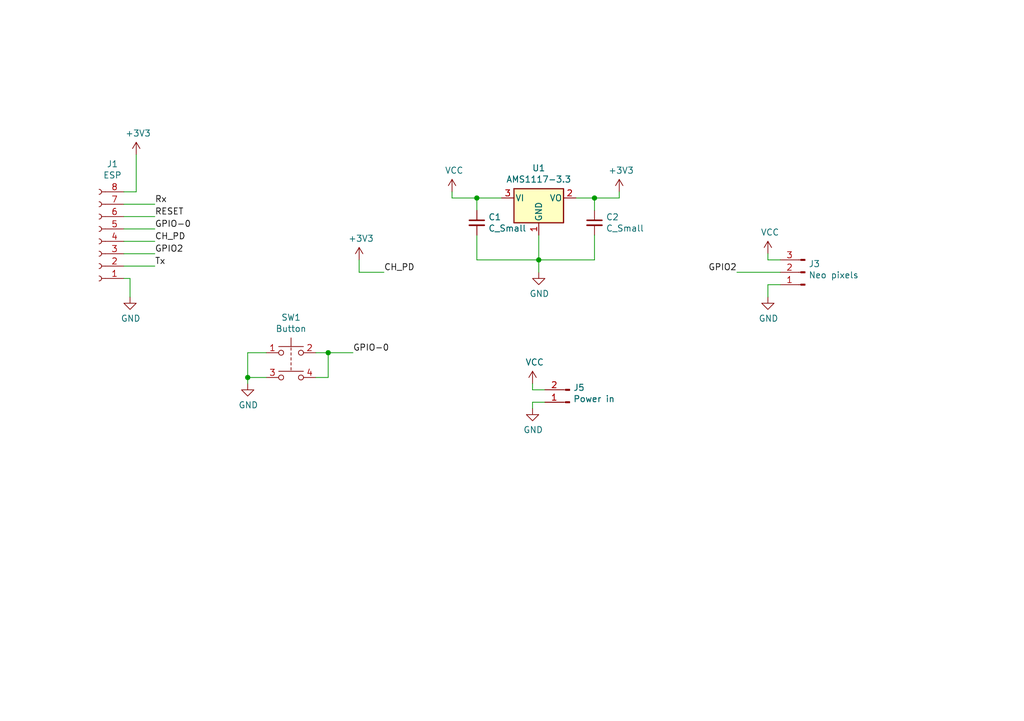
<source format=kicad_sch>
(kicad_sch (version 20211123) (generator eeschema)
  (paper "A5")
  (lib_symbols
    (symbol "Connector:Conn_01x02_Male" (pin_names (offset 1.016) hide)
      (property "Reference" "J" (at 0 2.54 0))
      (property "Value" "Conn_01x02_Male" (at 0 -5.08 0))
      (symbol "Conn_01x02_Male_1_1"
        (polyline (pts (xy 1.27 -2.54) (xy 0.8636 -2.54)) (stroke (width 0.1524)))
        (polyline (pts (xy 1.27 0) (xy 0.8636 0)) (stroke (width 0.1524)))
        (rectangle (start 0.8636 -2.413) (end 0 -2.667) (stroke (width 0.1524)) (fill (type outline)))
        (rectangle (start 0.8636 0.127) (end 0 -0.127) (stroke (width 0.1524)) (fill (type outline)))
        (pin passive line (at 5.08 0 180) (length 3.81) (name "Pin_1") (number "1"))
        (pin passive line (at 5.08 -2.54 180) (length 3.81) (name "Pin_2") (number "2"))
      )
    )
    (symbol "Connector:Conn_01x03_Male" (pin_names (offset 1.016) hide)
      (property "Reference" "J" (at 0 5.08 0))
      (property "Value" "Conn_01x03_Male" (at 0 -5.08 0))
      (symbol "Conn_01x03_Male_1_1"
        (polyline (pts (xy 1.27 -2.54) (xy 0.8636 -2.54)) (stroke (width 0.1524)))
        (polyline (pts (xy 1.27 0) (xy 0.8636 0)) (stroke (width 0.1524)))
        (polyline (pts (xy 1.27 2.54) (xy 0.8636 2.54)) (stroke (width 0.1524)))
        (rectangle (start 0.8636 -2.413) (end 0 -2.667) (stroke (width 0.1524)) (fill (type outline)))
        (rectangle (start 0.8636 0.127) (end 0 -0.127) (stroke (width 0.1524)) (fill (type outline)))
        (rectangle (start 0.8636 2.667) (end 0 2.413) (stroke (width 0.1524)) (fill (type outline)))
        (pin passive line (at 5.08 2.54 180) (length 3.81) (name "Pin_1") (number "1"))
        (pin passive line (at 5.08 0 180) (length 3.81) (name "Pin_2") (number "2"))
        (pin passive line (at 5.08 -2.54 180) (length 3.81) (name "Pin_3") (number "3"))
      )
    )
    (symbol "Connector:Conn_01x08_Female" (pin_names (offset 1.016) hide)
      (property "Reference" "J" (at 0 10.16 0))
      (property "Value" "Conn_01x08_Female" (at 0 -12.7 0))
      (symbol "Conn_01x08_Female_1_1"
        (arc (start 0 -9.652) (mid -0.508 -10.16) (end 0 -10.668) (stroke (width 0.1524)))
        (arc (start 0 -7.112) (mid -0.508 -7.62) (end 0 -8.128) (stroke (width 0.1524)))
        (arc (start 0 -4.572) (mid -0.508 -5.08) (end 0 -5.588) (stroke (width 0.1524)))
        (arc (start 0 -2.032) (mid -0.508 -2.54) (end 0 -3.048) (stroke (width 0.1524)))
        (polyline (pts (xy -1.27 -10.16) (xy -0.508 -10.16)) (stroke (width 0.1524)))
        (polyline (pts (xy -1.27 -7.62) (xy -0.508 -7.62)) (stroke (width 0.1524)))
        (polyline (pts (xy -1.27 -5.08) (xy -0.508 -5.08)) (stroke (width 0.1524)))
        (polyline (pts (xy -1.27 -2.54) (xy -0.508 -2.54)) (stroke (width 0.1524)))
        (polyline (pts (xy -1.27 0) (xy -0.508 0)) (stroke (width 0.1524)))
        (polyline (pts (xy -1.27 2.54) (xy -0.508 2.54)) (stroke (width 0.1524)))
        (polyline (pts (xy -1.27 5.08) (xy -0.508 5.08)) (stroke (width 0.1524)))
        (polyline (pts (xy -1.27 7.62) (xy -0.508 7.62)) (stroke (width 0.1524)))
        (arc (start 0 0.508) (mid -0.508 0) (end 0 -0.508) (stroke (width 0.1524)))
        (arc (start 0 3.048) (mid -0.508 2.54) (end 0 2.032) (stroke (width 0.1524)))
        (arc (start 0 5.588) (mid -0.508 5.08) (end 0 4.572) (stroke (width 0.1524)))
        (arc (start 0 8.128) (mid -0.508 7.62) (end 0 7.112) (stroke (width 0.1524)))
        (pin passive line (at -5.08 7.62 0) (length 3.81) (name "Pin_1") (number "1"))
        (pin passive line (at -5.08 5.08 0) (length 3.81) (name "Pin_2") (number "2"))
        (pin passive line (at -5.08 2.54 0) (length 3.81) (name "Pin_3") (number "3"))
        (pin passive line (at -5.08 0 0) (length 3.81) (name "Pin_4") (number "4"))
        (pin passive line (at -5.08 -2.54 0) (length 3.81) (name "Pin_5") (number "5"))
        (pin passive line (at -5.08 -5.08 0) (length 3.81) (name "Pin_6") (number "6"))
        (pin passive line (at -5.08 -7.62 0) (length 3.81) (name "Pin_7") (number "7"))
        (pin passive line (at -5.08 -10.16 0) (length 3.81) (name "Pin_8") (number "8"))
      )
    )
    (symbol "Device:C_Small" (pin_numbers hide) (pin_names (offset 0.254) hide)
      (property "Reference" "C" (at 0.254 1.778 0))
      (property "Value" "C_Small" (at 0.254 -2.032 0))
      (symbol "C_Small_0_1"
        (polyline (pts (xy -1.524 -0.508) (xy 1.524 -0.508)) (stroke (width 0.3302)))
        (polyline (pts (xy -1.524 0.508) (xy 1.524 0.508)) (stroke (width 0.3048)))
      )
      (symbol "C_Small_1_1"
        (pin passive line (at 0 2.54 270) (length 2.032) (name "~") (number "1"))
        (pin passive line (at 0 -2.54 90) (length 2.032) (name "~") (number "2"))
      )
    )
    (symbol "Regulator_Linear:AMS1117-3.3" (pin_names (offset 0.254))
      (property "Reference" "U" (at -3.81 3.175 0))
      (property "Value" "AMS1117-3.3" (at 0 3.175 0))
      (symbol "AMS1117-3.3_0_1"
        (rectangle (start -5.08 -5.08) (end 5.08 1.905) (stroke (width 0.254)) (fill (type background)))
      )
      (symbol "AMS1117-3.3_1_1"
        (pin power_in line (at 0 -7.62 90) (length 2.54) (name "GND") (number "1"))
        (pin power_out line (at 7.62 0 180) (length 2.54) (name "VO") (number "2"))
        (pin power_in line (at -7.62 0 0) (length 2.54) (name "VI") (number "3"))
      )
    )
    (symbol "Switch:SW_Push_Dual" (pin_names (offset 1.016) hide)
      (property "Reference" "SW" (at 1.27 2.54 0))
      (property "Value" "SW_Push_Dual" (at 0 -6.858 0))
      (symbol "SW_Push_Dual_0_1"
        (circle (center -2.032 -5.08) (radius 0.508))
        (circle (center -2.032 0) (radius 0.508))
        (polyline (pts (xy 0 -3.048) (xy 0 -3.556)))
        (polyline (pts (xy 0 -2.032) (xy 0 -2.54)))
        (polyline (pts (xy 0 -1.524) (xy 0 -1.016)))
        (polyline (pts (xy 0 -0.508) (xy 0 0)))
        (polyline (pts (xy 0 0.508) (xy 0 1.016)))
        (polyline (pts (xy 0 1.27) (xy 0 3.048)))
        (polyline (pts (xy 2.54 -3.81) (xy -2.54 -3.81)))
        (polyline (pts (xy 2.54 1.27) (xy -2.54 1.27)))
        (circle (center 2.032 -5.08) (radius 0.508))
        (circle (center 2.032 0) (radius 0.508))
        (pin passive line (at -5.08 0 0) (length 2.54) (name "1") (number "1"))
        (pin passive line (at 5.08 0 180) (length 2.54) (name "2") (number "2"))
        (pin passive line (at -5.08 -5.08 0) (length 2.54) (name "3") (number "3"))
        (pin passive line (at 5.08 -5.08 180) (length 2.54) (name "4") (number "4"))
      )
    )
    (symbol "power:+3.3V" (power) (pin_names (offset 0))
      (property "Value" "+3.3V" (at 0 3.556 0))
      (symbol "+3.3V_0_1"
        (polyline (pts (xy -0.762 1.27) (xy 0 2.54)))
        (polyline (pts (xy 0 0) (xy 0 2.54)))
        (polyline (pts (xy 0 2.54) (xy 0.762 1.27)))
      )
      (symbol "+3.3V_1_1"
        (pin power_in line (at 0 0 90) (length 0) hide (name "+3V3") (number "1"))
      )
    )
    (symbol "power:GND" (power) (pin_names (offset 0))
      (property "Value" "GND" (at 0 -3.81 0))
      (symbol "GND_0_1"
        (polyline (pts (xy 0 0) (xy 0 -1.27) (xy 1.27 -1.27) (xy 0 -2.54) (xy -1.27 -1.27) (xy 0 -1.27)))
      )
      (symbol "GND_1_1"
        (pin power_in line (at 0 0 270) (length 0) hide (name "GND") (number "1"))
      )
    )
    (symbol "power:VCC" (power) (pin_names (offset 0))
      (property "Value" "VCC" (at 0 3.81 0))
      (symbol "VCC_0_1"
        (polyline (pts (xy -0.762 1.27) (xy 0 2.54)))
        (polyline (pts (xy 0 0) (xy 0 2.54)))
        (polyline (pts (xy 0 2.54) (xy 0.762 1.27)))
      )
      (symbol "VCC_1_1"
        (pin power_in line (at 0 0 90) (length 0) hide (name "VCC") (number "1"))
      )
    )
  )
  (junction (at 110.49 53.34))
  (junction (at 121.92 40.64))
  (junction (at 50.8 77.47))
  (junction (at 67.31 72.39))
  (junction (at 97.79 40.64))
  (wire (pts (xy 97.79 40.64) (xy 97.79 43.18)))
  (wire (pts (xy 25.4 44.45) (xy 31.75 44.45)))
  (wire (pts (xy 26.67 57.15) (xy 26.67 60.96)))
  (wire (pts (xy 111.76 80.01) (xy 109.22 80.01)))
  (wire (pts (xy 110.49 55.88) (xy 110.49 53.34)))
  (wire (pts (xy 157.48 58.42) (xy 160.02 58.42)))
  (wire (pts (xy 31.75 52.07) (xy 25.4 52.07)))
  (wire (pts (xy 64.77 77.47) (xy 67.31 77.47)))
  (wire (pts (xy 50.8 77.47) (xy 50.8 78.74)))
  (wire (pts (xy 92.71 40.64) (xy 97.79 40.64)))
  (wire (pts (xy 97.79 53.34) (xy 110.49 53.34)))
  (wire (pts (xy 157.48 52.07) (xy 157.48 53.34)))
  (wire (pts (xy 109.22 83.82) (xy 109.22 82.55)))
  (wire (pts (xy 73.66 55.88) (xy 78.74 55.88)))
  (wire (pts (xy 121.92 40.64) (xy 121.92 43.18)))
  (wire (pts (xy 25.4 49.53) (xy 31.75 49.53)))
  (wire (pts (xy 157.48 53.34) (xy 160.02 53.34)))
  (wire (pts (xy 92.71 39.37) (xy 92.71 40.64)))
  (wire (pts (xy 102.87 40.64) (xy 97.79 40.64)))
  (wire (pts (xy 72.39 72.39) (xy 67.31 72.39)))
  (wire (pts (xy 157.48 60.96) (xy 157.48 58.42)))
  (wire (pts (xy 110.49 53.34) (xy 121.92 53.34)))
  (wire (pts (xy 67.31 72.39) (xy 64.77 72.39)))
  (wire (pts (xy 121.92 40.64) (xy 127 40.64)))
  (wire (pts (xy 31.75 41.91) (xy 25.4 41.91)))
  (wire (pts (xy 73.66 53.34) (xy 73.66 55.88)))
  (wire (pts (xy 67.31 77.47) (xy 67.31 72.39)))
  (wire (pts (xy 121.92 53.34) (xy 121.92 48.26)))
  (wire (pts (xy 25.4 54.61) (xy 31.75 54.61)))
  (wire (pts (xy 54.61 72.39) (xy 50.8 72.39)))
  (wire (pts (xy 110.49 48.26) (xy 110.49 53.34)))
  (wire (pts (xy 50.8 72.39) (xy 50.8 77.47)))
  (wire (pts (xy 25.4 39.37) (xy 27.94 39.37)))
  (wire (pts (xy 54.61 77.47) (xy 50.8 77.47)))
  (wire (pts (xy 25.4 57.15) (xy 26.67 57.15)))
  (wire (pts (xy 97.79 48.26) (xy 97.79 53.34)))
  (wire (pts (xy 109.22 82.55) (xy 111.76 82.55)))
  (wire (pts (xy 127 39.37) (xy 127 40.64)))
  (wire (pts (xy 118.11 40.64) (xy 121.92 40.64)))
  (wire (pts (xy 27.94 39.37) (xy 27.94 31.75)))
  (wire (pts (xy 25.4 46.99) (xy 31.75 46.99)))
  (wire (pts (xy 109.22 80.01) (xy 109.22 78.74)))
  (wire (pts (xy 151.13 55.88) (xy 160.02 55.88)))
  (label "GPIO-0" (at 31.75 46.99 0))
  (label "CH_PD" (at 78.74 55.88 0))
  (label "Tx" (at 31.75 54.61 0))
  (label "Rx" (at 31.75 41.91 0))
  (label "GPIO2" (at 151.13 55.88 180))
  (label "GPIO2" (at 31.75 52.07 0))
  (label "RESET" (at 31.75 44.45 0))
  (label "CH_PD" (at 31.75 49.53 0))
  (label "GPIO-0" (at 72.39 72.39 0))
  (symbol (lib_id "Regulator_Linear:AMS1117-3.3") (at 110.49 40.64 0) (unit 1)
    (property "Reference" "U1" (at 110.49 34.4932 0))
    (property "Value" "AMS1117-3.3" (at 110.49 36.8046 0))
    (property "Footprint" "Package_TO_SOT_SMD:SOT-223-3_TabPin2" (effects hide))
    (property "Datasheet" "http://www.advanced-monolithic.com/pdf/ds1117.pdf" (effects hide))
  )
  (symbol (lib_id "Connector:Conn_01x08_Female") (at 20.32 49.53 180) (unit 1)
    (property "Reference" "J1" (at 23.0632 33.655 0))
    (property "Value" "ESP" (at 23.0632 35.9664 0))
    (property "Footprint" "Connector_PinSocket_2.54mm:PinSocket_2x04_P2.54mm_Vertical" (effects hide))
  )
  (symbol (lib_id "power:GND") (at 26.67 60.96 0) (unit 1)
    (property "Reference" "#PWR0101" (effects hide))
    (property "Value" "GND" (at 26.797 65.3542 0))
  )
  (symbol (lib_id "power:+3.3V") (at 27.94 31.75 0) (unit 1)
    (property "Reference" "#PWR0102" (effects hide))
    (property "Value" "+3.3V" (at 28.321 27.3558 0))
  )
  (symbol (lib_id "Device:C_Small") (at 97.79 45.72 0) (unit 1)
    (property "Reference" "C1" (at 100.1268 44.5516 0) (effects (justify left)))
    (property "Value" "C_Small" (at 100.1268 46.863 0) (effects (justify left)))
    (property "Footprint" "Capacitor_SMD:C_0805_2012Metric" (effects hide))
  )
  (symbol (lib_id "Device:C_Small") (at 121.92 45.72 0) (unit 1)
    (property "Reference" "C2" (at 124.2568 44.5516 0) (effects (justify left)))
    (property "Value" "C_Small" (at 124.2568 46.863 0) (effects (justify left)))
    (property "Footprint" "Capacitor_SMD:C_0805_2012Metric" (effects hide))
  )
  (symbol (lib_id "power:GND") (at 110.49 55.88 0) (unit 1)
    (property "Reference" "#PWR0103" (effects hide))
    (property "Value" "GND" (at 110.617 60.2742 0))
  )
  (symbol (lib_id "power:+3.3V") (at 127 39.37 0) (unit 1)
    (property "Reference" "#PWR0104" (effects hide))
    (property "Value" "+3.3V" (at 127.381 34.9758 0))
  )
  (symbol (lib_id "power:VCC") (at 92.71 39.37 0) (unit 1)
    (property "Reference" "#PWR0105" (effects hide))
    (property "Value" "VCC" (at 93.1418 34.9758 0))
  )
  (symbol (lib_id "Connector:Conn_01x03_Male") (at 165.1 55.88 180) (unit 1)
    (property "Reference" "J3" (at 165.8112 54.1528 0) (effects (justify right)))
    (property "Value" "Neo pixels" (at 165.8112 56.4642 0) (effects (justify right)))
    (property "Footprint" "Connector_PinSocket_2.54mm:PinSocket_1x03_P2.54mm_Vertical" (effects hide))
  )
  (symbol (lib_id "power:VCC") (at 157.48 52.07 0) (unit 1)
    (property "Reference" "#PWR0109" (effects hide))
    (property "Value" "VCC" (at 157.9118 47.6758 0))
  )
  (symbol (lib_id "power:GND") (at 157.48 60.96 0) (unit 1)
    (property "Reference" "#PWR0110" (effects hide))
    (property "Value" "GND" (at 157.607 65.3542 0))
  )
  (symbol (lib_id "power:+3.3V") (at 73.66 53.34 0) (unit 1)
    (property "Reference" "#PWR0113" (effects hide))
    (property "Value" "+3.3V" (at 74.041 48.9458 0))
  )
  (symbol (lib_id "Connector:Conn_01x02_Male") (at 116.84 82.55 180) (unit 1)
    (property "Reference" "J5" (at 117.5512 79.5528 0) (effects (justify right)))
    (property "Value" "Power in" (at 117.5512 81.8642 0) (effects (justify right)))
    (property "Footprint" "Connector_PinSocket_2.54mm:PinSocket_1x02_P2.54mm_Vertical" (effects hide))
  )
  (symbol (lib_id "power:VCC") (at 109.22 78.74 0) (unit 1)
    (property "Reference" "#PWR0114" (effects hide))
    (property "Value" "VCC" (at 109.6518 74.3458 0))
  )
  (symbol (lib_id "power:GND") (at 109.22 83.82 0) (unit 1)
    (property "Reference" "#PWR0115" (effects hide))
    (property "Value" "GND" (at 109.347 88.2142 0))
  )
  (symbol (lib_id "Switch:SW_Push_Dual") (at 59.69 72.39 0) (unit 1)
    (property "Reference" "SW1" (at 59.69 65.151 0))
    (property "Value" "Button" (at 59.69 67.4624 0))
    (property "Footprint" "Button_Switch_SMD:SW_Push_1P1T_NO_6x6mm_H9.5mm" (effects hide))
  )
  (symbol (lib_id "power:GND") (at 50.8 78.74 0) (unit 1)
    (property "Reference" "#PWR0116" (effects hide))
    (property "Value" "GND" (at 50.927 83.1342 0))
  )
)
</source>
